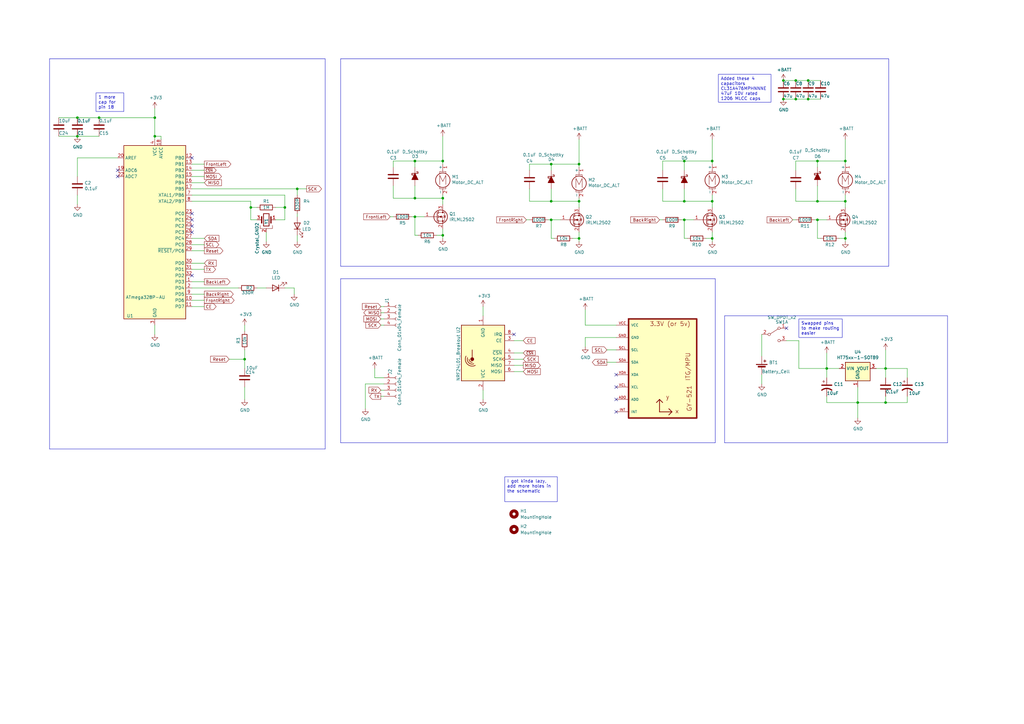
<source format=kicad_sch>
(kicad_sch (version 20231120) (generator "eeschema") (generator_version "8.0")
  (paper "A3")
  (lib_symbols
    (symbol "Device:Battery_Cell" (pin_numbers hide) (pin_names (offset 0) hide)
      (property "Reference" "BT" (at 2.54 2.54 0))
      (property "Value" "Battery_Cell" (at 2.54 0 0))
      (symbol "Battery_Cell_1_1"
        (pin passive line (at 0 5.08 270) (length 2.54) (name "+") (number "1"))
        (pin passive line (at 0 -2.54 90) (length 2.54) (name "-") (number "2"))
      )
    )
    (symbol "Device:C" (pin_numbers hide) (pin_names (offset 0.254))
      (property "Reference" "C" (at 0.635 2.54 0))
      (property "Value" "C" (at 0.635 -2.54 0))
      (symbol "C_1_1"
        (pin passive line (at 0 3.81 270) (length 2.794) (name "~") (number "1"))
        (pin passive line (at 0 -3.81 90) (length 2.794) (name "~") (number "2"))
      )
    )
    (symbol "Device:Crystal_GND2" (pin_names (offset 1.016) hide)
      (property "Reference" "Y" (at 0 5.715 0))
      (property "Value" "Crystal_GND2" (at 0 3.81 0))
      (symbol "Crystal_GND2_1_1"
        (pin passive line (at -3.81 0 0) (length 1.27) (name "1") (number "1"))
        (pin passive line (at 0 -5.08 90) (length 1.27) (name "2") (number "2"))
        (pin passive line (at 3.81 0 180) (length 1.27) (name "3") (number "3"))
      )
    )
    (symbol "Device:LED" (pin_numbers hide) (pin_names (offset 1.016) hide)
      (property "Reference" "D" (at 0 2.54 0))
      (property "Value" "LED" (at 0 -2.54 0))
      (symbol "LED_1_1"
        (pin passive line (at -3.81 0 0) (length 2.54) (name "K") (number "1"))
        (pin passive line (at 3.81 0 180) (length 2.54) (name "A") (number "2"))
      )
    )
    (symbol "Device:R" (pin_numbers hide) (pin_names (offset 0))
      (property "Reference" "R" (at 2.032 0 90))
      (property "Value" "R" (at 0 0 90))
      (symbol "R_1_1"
        (pin passive line (at 0 3.81 270) (length 1.27) (name "~") (number "1"))
        (pin passive line (at 0 -3.81 90) (length 1.27) (name "~") (number "2"))
      )
    )
    (symbol "DronePCB-rescue:+3.3V-power" (power) (pin_names (offset 0))
      (property "Value" "+3.3V-power" (at 0 3.556 0))
      (symbol "+3.3V-power_1_1"
        (pin power_in line (at 0 0 90) (length 0) hide (name "+3V3") (number "1"))
      )
    )
    (symbol "DronePCB-rescue:ATmega328P-AU-MCU_Microchip_ATmega"
      (property "Reference" "U" (at -12.7 36.83 0))
      (property "Value" "MCU_Microchip_ATmega_ATmega328P-AU" (at 2.54 -36.83 0))
      (symbol "ATmega328P-AU-MCU_Microchip_ATmega_1_1"
        (pin bidirectional line (at 15.24 -20.32 180) (length 2.54) (name "PD3") (number "1"))
        (pin bidirectional line (at 15.24 -27.94 180) (length 2.54) (name "PD6") (number "10"))
        (pin bidirectional line (at 15.24 -30.48 180) (length 2.54) (name "PD7") (number "11"))
        (pin bidirectional line (at 15.24 30.48 180) (length 2.54) (name "PB0") (number "12"))
        (pin bidirectional line (at 15.24 27.94 180) (length 2.54) (name "PB1") (number "13"))
        (pin bidirectional line (at 15.24 25.4 180) (length 2.54) (name "PB2") (number "14"))
        (pin bidirectional line (at 15.24 22.86 180) (length 2.54) (name "PB3") (number "15"))
        (pin bidirectional line (at 15.24 20.32 180) (length 2.54) (name "PB4") (number "16"))
        (pin bidirectional line (at 15.24 17.78 180) (length 2.54) (name "PB5") (number "17"))
        (pin power_in line (at 2.54 38.1 270) (length 2.54) (name "AVCC") (number "18"))
        (pin input line (at -15.24 25.4 0) (length 2.54) (name "ADC6") (number "19"))
        (pin bidirectional line (at 15.24 -22.86 180) (length 2.54) (name "PD4") (number "2"))
        (pin passive line (at -15.24 30.48 0) (length 2.54) (name "AREF") (number "20"))
        (pin passive line (at 0 -38.1 90) (length 2.54) hide (name "GND") (number "21"))
        (pin input line (at -15.24 22.86 0) (length 2.54) (name "ADC7") (number "22"))
        (pin bidirectional line (at 15.24 7.62 180) (length 2.54) (name "PC0") (number "23"))
        (pin bidirectional line (at 15.24 5.08 180) (length 2.54) (name "PC1") (number "24"))
        (pin bidirectional line (at 15.24 2.54 180) (length 2.54) (name "PC2") (number "25"))
        (pin bidirectional line (at 15.24 0 180) (length 2.54) (name "PC3") (number "26"))
        (pin bidirectional line (at 15.24 -2.54 180) (length 2.54) (name "PC4") (number "27"))
        (pin bidirectional line (at 15.24 -5.08 180) (length 2.54) (name "PC5") (number "28"))
        (pin bidirectional line (at 15.24 -7.62 180) (length 2.54) (name "~{RESET}/PC6") (number "29"))
        (pin power_in line (at 0 -38.1 90) (length 2.54) (name "GND") (number "3"))
        (pin bidirectional line (at 15.24 -12.7 180) (length 2.54) (name "PD0") (number "30"))
        (pin bidirectional line (at 15.24 -15.24 180) (length 2.54) (name "PD1") (number "31"))
        (pin bidirectional line (at 15.24 -17.78 180) (length 2.54) (name "PD2") (number "32"))
        (pin power_in line (at 0 38.1 270) (length 2.54) (name "VCC") (number "4"))
        (pin passive line (at 0 -38.1 90) (length 2.54) hide (name "GND") (number "5"))
        (pin passive line (at 0 38.1 270) (length 2.54) hide (name "VCC") (number "6"))
        (pin bidirectional line (at 15.24 15.24 180) (length 2.54) (name "XTAL1/PB6") (number "7"))
        (pin bidirectional line (at 15.24 12.7 180) (length 2.54) (name "XTAL2/PB7") (number "8"))
        (pin bidirectional line (at 15.24 -25.4 180) (length 2.54) (name "PD5") (number "9"))
      )
    )
    (symbol "DronePCB-rescue:CP1-Device" (pin_numbers hide) (pin_names (offset 0.254) hide)
      (property "Reference" "C" (at 0.635 2.54 0))
      (property "Value" "Device_CP1" (at 0.635 -2.54 0))
      (symbol "CP1-Device_1_1"
        (pin passive line (at 0 3.81 270) (length 2.794) (name "~") (number "1"))
        (pin passive line (at 0 -3.81 90) (length 3.302) (name "~") (number "2"))
      )
    )
    (symbol "DronePCB-rescue:Conn_01x04_Female-Connector" (pin_names (offset 1.016) hide)
      (property "Reference" "J" (at 0 5.08 0))
      (property "Value" "Connector_Conn_01x04_Female" (at 0 -7.62 0))
      (symbol "Conn_01x04_Female-Connector_1_1"
        (pin passive line (at -5.08 2.54 0) (length 3.81) (name "Pin_1") (number "1"))
        (pin passive line (at -5.08 0 0) (length 3.81) (name "Pin_2") (number "2"))
        (pin passive line (at -5.08 -2.54 0) (length 3.81) (name "Pin_3") (number "3"))
        (pin passive line (at -5.08 -5.08 0) (length 3.81) (name "Pin_4") (number "4"))
      )
    )
    (symbol "DronePCB-rescue:D_Schottky_ALT-Device" (pin_numbers hide) (pin_names (offset 1.016) hide)
      (property "Reference" "D" (at 0 2.54 0))
      (property "Value" "Device_D_Schottky_ALT" (at 0 -2.54 0))
      (symbol "D_Schottky_ALT-Device_1_1"
        (pin passive line (at -3.81 0 0) (length 2.54) (name "K") (number "1"))
        (pin passive line (at 3.81 0 180) (length 2.54) (name "A") (number "2"))
      )
    )
    (symbol "DronePCB-rescue:GY-521-GY-521" (pin_names (offset 1.016))
      (symbol "GY-521-GY-521_0_0"
        (text "3.3V (or 5v)" (at -1.524 14.732 0) (effects (font (size 1.778 1.778)) (justify left bottom)))
        (text "GY-521" (at 13.716 -9.398 900) (effects (font (size 1.778 1.778)) (justify right top)))
        (text "ITG/MPU" (at 15.24 -7.62 900) (effects (font (size 1.778 1.778)) (justify left bottom)))
        (text "x" (at 8.89 -21.082 0) (effects (font (size 1.778 1.778)) (justify left bottom)))
        (text "y" (at 5.08 -15.24 0) (effects (font (size 1.778 1.778)) (justify left bottom)))
        (pin bidirectional line (at -15.24 -15.24 0) (length 5.08) (name "ADO") (number "ADO"))
        (pin bidirectional line (at -15.24 10.16 0) (length 5.08) (name "GND") (number "GND"))
        (pin bidirectional line (at -15.24 -20.32 0) (length 5.08) (name "INT") (number "INT"))
        (pin bidirectional line (at -15.24 5.08 0) (length 5.08) (name "SCL") (number "SCL"))
        (pin bidirectional line (at -15.24 0 0) (length 5.08) (name "SDA") (number "SDA"))
        (pin bidirectional line (at -15.24 15.24 0) (length 5.08) (name "VCC") (number "VCC"))
        (pin bidirectional line (at -15.24 -10.16 0) (length 5.08) (name "XCL") (number "XCL"))
        (pin bidirectional line (at -15.24 -5.08 0) (length 5.08) (name "XDA") (number "XDA"))
      )
    )
    (symbol "Mechanical:MountingHole" (pin_names (offset 1.016))
      (property "Reference" "H" (at 0 5.08 0))
      (property "Value" "MountingHole" (at 0 3.175 0))
    )
    (symbol "Motor:Motor_DC_ALT" (pin_names (offset 0))
      (property "Reference" "M" (at 2.54 2.54 0))
      (property "Value" "Motor_DC_ALT" (at 2.54 -5.08 0))
      (symbol "Motor_DC_ALT_1_1"
        (pin passive line (at 0 5.08 270) (length 2.54) (name "+") (number "1"))
        (pin passive line (at 0 -7.62 90) (length 2.54) (name "-") (number "2"))
      )
    )
    (symbol "RF:NRF24L01_Breakout" (pin_names (offset 1.016))
      (property "Reference" "U" (at -8.89 12.7 0))
      (property "Value" "NRF24L01_Breakout" (at 3.81 12.7 0))
      (symbol "NRF24L01_Breakout_1_1"
        (pin power_in line (at 0 -15.24 90) (length 3.81) (name "GND") (number "1"))
        (pin power_in line (at 0 15.24 270) (length 3.81) (name "VCC") (number "2"))
        (pin input line (at -12.7 -5.08 0) (length 3.81) (name "CE") (number "3"))
        (pin input line (at -12.7 0 0) (length 3.81) (name "~{CSN}") (number "4"))
        (pin input clock (at -12.7 2.54 0) (length 3.81) (name "SCK") (number "5"))
        (pin input line (at -12.7 7.62 0) (length 3.81) (name "MOSI") (number "6"))
        (pin output line (at -12.7 5.08 0) (length 3.81) (name "MISO") (number "7"))
        (pin output line (at -12.7 -7.62 0) (length 3.81) (name "IRQ") (number "8"))
      )
    )
    (symbol "Regulator_Linear:HT75xx-1-SOT89"
      (property "Reference" "U" (at -5.08 -3.81 0))
      (property "Value" "HT75xx-1-SOT89" (at 0 6.35 0))
      (symbol "HT75xx-1-SOT89_1_1"
        (pin power_in line (at 0 -5.08 90) (length 2.54) (name "GND") (number "1"))
        (pin power_in line (at -7.62 2.54 0) (length 2.54) (name "VIN") (number "2"))
        (pin power_out line (at 7.62 2.54 180) (length 2.54) (name "VOUT") (number "3"))
      )
    )
    (symbol "Switch:SW_DPDT_x2" (pin_names (offset 0) hide)
      (property "Reference" "SW" (at 0 4.318 0))
      (property "Value" "SW_DPDT_x2" (at 0 -5.08 0))
      (symbol "SW_DPDT_x2_1_1"
        (pin passive line (at 5.08 2.54 180) (length 2.54) (name "A") (number "1"))
        (pin passive line (at -5.08 0 0) (length 2.54) (name "B") (number "2"))
        (pin passive line (at 5.08 -2.54 180) (length 2.54) (name "C") (number "3"))
      )
      (symbol "SW_DPDT_x2_2_1"
        (pin passive line (at 5.08 2.54 180) (length 2.54) (name "A") (number "4"))
        (pin passive line (at -5.08 0 0) (length 2.54) (name "B") (number "5"))
        (pin passive line (at 5.08 -2.54 180) (length 2.54) (name "C") (number "6"))
      )
    )
    (symbol "Transistor_FET:IRLML0030" (pin_names hide)
      (property "Reference" "Q" (at 5.08 1.905 0))
      (property "Value" "IRLML0030" (at 5.08 0 0))
      (symbol "IRLML0030_1_1"
        (pin input line (at -5.08 0 0) (length 2.54) (name "G") (number "1"))
        (pin passive line (at 2.54 -5.08 90) (length 2.54) (name "S") (number "2"))
        (pin passive line (at 2.54 5.08 270) (length 2.54) (name "D") (number "3"))
      )
    )
    (symbol "power:+BATT" (power) (pin_names (offset 0))
      (property "Value" "+BATT" (at 0 3.556 0))
      (symbol "+BATT_1_1"
        (pin power_in line (at 0 0 90) (length 0) hide (name "+BATT") (number "1"))
      )
    )
    (symbol "power:GND" (power) (pin_names (offset 0))
      (property "Value" "GND" (at 0 -3.81 0))
      (symbol "GND_1_1"
        (pin power_in line (at 0 0 270) (length 0) hide (name "GND") (number "1"))
      )
    )
  )
  (junction (at 335.28 82.55))
  (junction (at 181.61 81.28))
  (junction (at 346.71 82.55))
  (junction (at 321.31 33.02))
  (junction (at 346.71 66.04))
  (junction (at 326.39 33.02))
  (junction (at 31.75 48.26))
  (junction (at 170.18 66.04))
  (junction (at 181.61 66.04))
  (junction (at 170.18 88.9))
  (junction (at 292.1 82.55))
  (junction (at 100.33 147.32))
  (junction (at 335.28 66.04))
  (junction (at 292.1 97.79))
  (junction (at 237.49 67.31))
  (junction (at 280.67 82.55))
  (junction (at 226.06 90.17))
  (junction (at 237.49 82.55))
  (junction (at 335.28 90.17))
  (junction (at 121.92 77.47))
  (junction (at 351.79 165.1))
  (junction (at 116.84 85.09))
  (junction (at 331.47 33.02))
  (junction (at 321.31 40.64))
  (junction (at 331.47 40.64))
  (junction (at 346.71 97.79))
  (junction (at 280.67 90.17))
  (junction (at 63.5 48.26))
  (junction (at 102.87 85.09))
  (junction (at 363.22 151.13))
  (junction (at 363.22 165.1))
  (junction (at 226.06 82.55))
  (junction (at 339.09 151.13))
  (junction (at 280.67 66.04))
  (junction (at 237.49 97.79))
  (junction (at 326.39 40.64))
  (junction (at 170.18 81.28))
  (junction (at 292.1 66.04))
  (junction (at 31.75 55.88))
  (junction (at 181.61 96.52))
  (junction (at 63.5 55.88))
  (junction (at 40.64 48.26))
  (junction (at 226.06 67.31))
  (no_connect (at 78.74 90.17))
  (no_connect (at 252.73 163.83))
  (no_connect (at 252.73 153.67))
  (no_connect (at 252.73 158.75))
  (no_connect (at 78.74 87.63))
  (no_connect (at 78.74 92.71))
  (no_connect (at 322.58 134.62))
  (no_connect (at 78.74 95.25))
  (no_connect (at 252.73 168.91))
  (no_connect (at 210.82 137.16))
  (no_connect (at 48.26 69.85))
  (no_connect (at 48.26 72.39))
  (no_connect (at 78.74 64.77))
  (no_connect (at 78.74 113.03))
  (wire (pts (xy 102.87 90.17) (xy 105.41 90.17)))
  (wire (pts (xy 63.5 48.26) (xy 63.5 55.88)))
  (wire (pts (xy 226.06 97.79) (xy 226.06 90.17)))
  (polyline (pts (xy 139.7 181.61) (xy 139.7 114.3)))
  (wire (pts (xy 327.66 139.7) (xy 322.58 139.7)))
  (wire (pts (xy 156.21 130.81) (xy 157.48 130.81)))
  (polyline (pts (xy 293.37 181.61) (xy 139.7 181.61)))
  (wire (pts (xy 153.67 154.94) (xy 153.67 151.13)))
  (wire (pts (xy 363.22 151.13) (xy 363.22 154.94)))
  (wire (pts (xy 346.71 82.55) (xy 346.71 85.09)))
  (wire (pts (xy 161.29 66.04) (xy 161.29 68.58)))
  (wire (pts (xy 226.06 82.55) (xy 237.49 82.55)))
  (polyline (pts (xy 20.32 24.13) (xy 133.35 24.13)))
  (wire (pts (xy 280.67 69.85) (xy 280.67 66.04)))
  (wire (pts (xy 281.94 97.79) (xy 280.67 97.79)))
  (wire (pts (xy 181.61 55.88) (xy 181.61 66.04)))
  (wire (pts (xy 24.13 48.26) (xy 31.75 48.26)))
  (wire (pts (xy 78.74 82.55) (xy 102.87 82.55)))
  (polyline (pts (xy 133.35 184.15) (xy 20.32 184.15)))
  (wire (pts (xy 102.87 82.55) (xy 102.87 85.09)))
  (wire (pts (xy 327.66 151.13) (xy 327.66 139.7)))
  (wire (pts (xy 66.04 55.88) (xy 63.5 55.88)))
  (wire (pts (xy 252.73 138.43) (xy 240.03 138.43)))
  (polyline (pts (xy 20.32 24.13) (xy 20.32 184.15)))
  (polyline (pts (xy 364.49 109.22) (xy 139.7 109.22)))
  (polyline (pts (xy 139.7 109.22) (xy 139.7 24.13)))
  (wire (pts (xy 116.84 90.17) (xy 116.84 85.09)))
  (wire (pts (xy 121.92 87.63) (xy 121.92 88.9)))
  (polyline (pts (xy 133.35 24.13) (xy 133.35 184.15)))
  (wire (pts (xy 109.22 95.25) (xy 109.22 99.06)))
  (wire (pts (xy 83.82 67.31) (xy 78.74 67.31)))
  (wire (pts (xy 78.74 77.47) (xy 121.92 77.47)))
  (wire (pts (xy 339.09 151.13) (xy 339.09 144.78)))
  (polyline (pts (xy 139.7 24.13) (xy 364.49 24.13)))
  (wire (pts (xy 181.61 81.28) (xy 181.61 83.82)))
  (wire (pts (xy 325.12 90.17) (xy 326.39 90.17)))
  (wire (pts (xy 217.17 82.55) (xy 226.06 82.55)))
  (wire (pts (xy 326.39 66.04) (xy 326.39 69.85)))
  (wire (pts (xy 181.61 66.04) (xy 181.61 67.31)))
  (wire (pts (xy 336.55 97.79) (xy 335.28 97.79)))
  (wire (pts (xy 252.73 148.59) (xy 248.92 148.59)))
  (wire (pts (xy 100.33 143.51) (xy 100.33 147.32)))
  (wire (pts (xy 346.71 99.06) (xy 346.71 97.79)))
  (polyline (pts (xy 297.18 129.54) (xy 388.62 129.54)))
  (wire (pts (xy 234.95 97.79) (xy 237.49 97.79)))
  (wire (pts (xy 351.79 158.75) (xy 351.79 165.1)))
  (wire (pts (xy 335.28 82.55) (xy 346.71 82.55)))
  (wire (pts (xy 198.12 160.02) (xy 198.12 163.83)))
  (wire (pts (xy 83.82 69.85) (xy 78.74 69.85)))
  (wire (pts (xy 363.22 151.13) (xy 363.22 143.51)))
  (wire (pts (xy 105.41 85.09) (xy 102.87 85.09)))
  (wire (pts (xy 335.28 66.04) (xy 346.71 66.04)))
  (wire (pts (xy 226.06 77.47) (xy 226.06 82.55)))
  (wire (pts (xy 339.09 162.56) (xy 339.09 165.1)))
  (wire (pts (xy 292.1 99.06) (xy 292.1 97.79)))
  (wire (pts (xy 83.82 115.57) (xy 78.74 115.57)))
  (wire (pts (xy 78.74 120.65) (xy 83.82 120.65)))
  (wire (pts (xy 210.82 149.86) (xy 214.63 149.86)))
  (wire (pts (xy 346.71 80.01) (xy 346.71 82.55)))
  (wire (pts (xy 237.49 99.06) (xy 237.49 97.79)))
  (wire (pts (xy 24.13 55.88) (xy 31.75 55.88)))
  (wire (pts (xy 156.21 133.35) (xy 157.48 133.35)))
  (wire (pts (xy 237.49 82.55) (xy 237.49 85.09)))
  (wire (pts (xy 326.39 40.64) (xy 331.47 40.64)))
  (wire (pts (xy 312.42 137.16) (xy 312.42 146.05)))
  (wire (pts (xy 63.5 137.16) (xy 63.5 133.35)))
  (wire (pts (xy 217.17 77.47) (xy 217.17 82.55)))
  (wire (pts (xy 100.33 135.89) (xy 100.33 133.35)))
  (wire (pts (xy 170.18 81.28) (xy 181.61 81.28)))
  (wire (pts (xy 280.67 66.04) (xy 292.1 66.04)))
  (wire (pts (xy 326.39 77.47) (xy 326.39 82.55)))
  (wire (pts (xy 312.42 153.67) (xy 312.42 157.48)))
  (wire (pts (xy 161.29 88.9) (xy 160.02 88.9)))
  (wire (pts (xy 351.79 165.1) (xy 351.79 171.45)))
  (wire (pts (xy 78.74 123.19) (xy 83.82 123.19)))
  (wire (pts (xy 237.49 57.15) (xy 237.49 67.31)))
  (wire (pts (xy 292.1 57.15) (xy 292.1 66.04)))
  (wire (pts (xy 83.82 72.39) (xy 78.74 72.39)))
  (wire (pts (xy 271.78 82.55) (xy 280.67 82.55)))
  (wire (pts (xy 93.98 147.32) (xy 100.33 147.32)))
  (polyline (pts (xy 364.49 24.13) (xy 364.49 109.22)))
  (wire (pts (xy 335.28 97.79) (xy 335.28 90.17)))
  (wire (pts (xy 63.5 55.88) (xy 63.5 57.15)))
  (wire (pts (xy 170.18 76.2) (xy 170.18 81.28)))
  (wire (pts (xy 363.22 162.56) (xy 363.22 165.1)))
  (wire (pts (xy 339.09 90.17) (xy 335.28 90.17)))
  (wire (pts (xy 226.06 67.31) (xy 217.17 67.31)))
  (wire (pts (xy 240.03 133.35) (xy 252.73 133.35)))
  (wire (pts (xy 339.09 151.13) (xy 339.09 154.94)))
  (wire (pts (xy 335.28 68.58) (xy 335.28 66.04)))
  (wire (pts (xy 120.65 118.11) (xy 120.65 120.65)))
  (wire (pts (xy 217.17 90.17) (xy 215.9 90.17)))
  (wire (pts (xy 78.74 102.87) (xy 83.82 102.87)))
  (wire (pts (xy 279.4 90.17) (xy 280.67 90.17)))
  (wire (pts (xy 181.61 80.01) (xy 181.61 81.28)))
  (wire (pts (xy 339.09 151.13) (xy 327.66 151.13)))
  (wire (pts (xy 171.45 96.52) (xy 170.18 96.52)))
  (wire (pts (xy 66.04 57.15) (xy 66.04 55.88)))
  (wire (pts (xy 100.33 151.13) (xy 100.33 147.32)))
  (wire (pts (xy 161.29 76.2) (xy 161.29 81.28)))
  (wire (pts (xy 344.17 151.13) (xy 339.09 151.13)))
  (wire (pts (xy 372.11 151.13) (xy 363.22 151.13)))
  (wire (pts (xy 78.74 97.79) (xy 83.82 97.79)))
  (wire (pts (xy 156.21 160.02) (xy 157.48 160.02)))
  (wire (pts (xy 240.03 133.35) (xy 240.03 127)))
  (wire (pts (xy 284.48 90.17) (xy 280.67 90.17)))
  (wire (pts (xy 210.82 139.7) (xy 214.63 139.7)))
  (wire (pts (xy 280.67 97.79) (xy 280.67 90.17)))
  (wire (pts (xy 173.99 88.9) (xy 170.18 88.9)))
  (wire (pts (xy 116.84 90.17) (xy 113.03 90.17)))
  (wire (pts (xy 170.18 68.58) (xy 170.18 66.04)))
  (wire (pts (xy 271.78 66.04) (xy 271.78 69.85)))
  (wire (pts (xy 335.28 76.2) (xy 335.28 82.55)))
  (wire (pts (xy 280.67 82.55) (xy 292.1 82.55)))
  (wire (pts (xy 351.79 165.1) (xy 363.22 165.1)))
  (wire (pts (xy 31.75 55.88) (xy 40.64 55.88)))
  (wire (pts (xy 121.92 80.01) (xy 121.92 77.47)))
  (wire (pts (xy 31.75 48.26) (xy 40.64 48.26)))
  (wire (pts (xy 156.21 162.56) (xy 157.48 162.56)))
  (wire (pts (xy 339.09 165.1) (xy 351.79 165.1)))
  (wire (pts (xy 63.5 44.45) (xy 63.5 48.26)))
  (wire (pts (xy 210.82 152.4) (xy 214.63 152.4)))
  (wire (pts (xy 149.86 157.48) (xy 157.48 157.48)))
  (wire (pts (xy 78.74 80.01) (xy 116.84 80.01)))
  (wire (pts (xy 78.74 118.11) (xy 97.79 118.11)))
  (wire (pts (xy 346.71 57.15) (xy 346.71 66.04)))
  (wire (pts (xy 292.1 66.04) (xy 292.1 67.31)))
  (polyline (pts (xy 388.62 181.61) (xy 297.18 181.61)))
  (wire (pts (xy 237.49 97.79) (xy 237.49 95.25)))
  (wire (pts (xy 292.1 80.01) (xy 292.1 82.55)))
  (wire (pts (xy 372.11 162.56) (xy 372.11 165.1)))
  (wire (pts (xy 289.56 97.79) (xy 292.1 97.79)))
  (wire (pts (xy 116.84 118.11) (xy 120.65 118.11)))
  (wire (pts (xy 210.82 144.78) (xy 214.63 144.78)))
  (wire (pts (xy 170.18 96.52) (xy 170.18 88.9)))
  (wire (pts (xy 237.49 67.31) (xy 237.49 68.58)))
  (wire (pts (xy 210.82 147.32) (xy 214.63 147.32)))
  (wire (pts (xy 83.82 74.93) (xy 78.74 74.93)))
  (wire (pts (xy 121.92 96.52) (xy 121.92 99.06)))
  (wire (pts (xy 372.11 165.1) (xy 363.22 165.1)))
  (wire (pts (xy 198.12 129.54) (xy 198.12 125.73)))
  (wire (pts (xy 240.03 138.43) (xy 240.03 142.24)))
  (wire (pts (xy 31.75 80.01) (xy 31.75 83.82)))
  (wire (pts (xy 181.61 96.52) (xy 181.61 93.98)))
  (wire (pts (xy 31.75 64.77) (xy 31.75 72.39)))
  (polyline (pts (xy 388.62 129.54) (xy 388.62 181.61)))
  (wire (pts (xy 100.33 158.75) (xy 100.33 163.83)))
  (wire (pts (xy 170.18 66.04) (xy 181.61 66.04)))
  (wire (pts (xy 181.61 97.79) (xy 181.61 96.52)))
  (wire (pts (xy 344.17 97.79) (xy 346.71 97.79)))
  (wire (pts (xy 321.31 33.02) (xy 326.39 33.02)))
  (wire (pts (xy 326.39 82.55) (xy 335.28 82.55)))
  (polyline (pts (xy 139.7 114.3) (xy 293.37 114.3)))
  (wire (pts (xy 321.31 40.64) (xy 326.39 40.64)))
  (wire (pts (xy 179.07 96.52) (xy 181.61 96.52)))
  (wire (pts (xy 78.74 125.73) (xy 83.82 125.73)))
  (wire (pts (xy 280.67 77.47) (xy 280.67 82.55)))
  (wire (pts (xy 326.39 33.02) (xy 331.47 33.02)))
  (wire (pts (xy 40.64 48.26) (xy 63.5 48.26)))
  (wire (pts (xy 334.01 90.17) (xy 335.28 90.17)))
  (wire (pts (xy 78.74 100.33) (xy 83.82 100.33)))
  (wire (pts (xy 113.03 85.09) (xy 116.84 85.09)))
  (wire (pts (xy 48.26 64.77) (xy 31.75 64.77)))
  (wire (pts (xy 227.33 97.79) (xy 226.06 97.79)))
  (wire (pts (xy 346.71 66.04) (xy 346.71 67.31)))
  (wire (pts (xy 359.41 151.13) (xy 363.22 151.13)))
  (wire (pts (xy 280.67 66.04) (xy 271.78 66.04)))
  (wire (pts (xy 83.82 107.95) (xy 78.74 107.95)))
  (polyline (pts (xy 297.18 181.61) (xy 297.18 129.54)))
  (wire (pts (xy 252.73 143.51) (xy 248.92 143.51)))
  (wire (pts (xy 237.49 81.28) (xy 237.49 82.55)))
  (wire (pts (xy 292.1 97.79) (xy 292.1 95.25)))
  (wire (pts (xy 149.86 157.48) (xy 149.86 167.64)))
  (wire (pts (xy 271.78 90.17) (xy 270.51 90.17)))
  (wire (pts (xy 292.1 82.55) (xy 292.1 85.09)))
  (wire (pts (xy 331.47 40.64) (xy 336.55 40.64)))
  (wire (pts (xy 116.84 80.01) (xy 116.84 85.09)))
  (wire (pts (xy 170.18 66.04) (xy 161.29 66.04)))
  (wire (pts (xy 153.67 154.94) (xy 157.48 154.94)))
  (wire (pts (xy 229.87 90.17) (xy 226.06 90.17)))
  (wire (pts (xy 226.06 67.31) (xy 237.49 67.31)))
  (wire (pts (xy 331.47 33.02) (xy 336.55 33.02)))
  (wire (pts (xy 271.78 77.47) (xy 271.78 82.55)))
  (wire (pts (xy 105.41 118.11) (xy 109.22 118.11)))
  (polyline (pts (xy 293.37 114.3) (xy 293.37 181.61)))
  (wire (pts (xy 217.17 67.31) (xy 217.17 69.85)))
  (wire (pts (xy 335.28 66.04) (xy 326.39 66.04)))
  (wire (pts (xy 168.91 88.9) (xy 170.18 88.9)))
  (wire (pts (xy 161.29 81.28) (xy 170.18 81.28)))
  (wire (pts (xy 102.87 85.09) (xy 102.87 90.17)))
  (wire (pts (xy 372.11 151.13) (xy 372.11 154.94)))
  (wire (pts (xy 156.21 125.73) (xy 157.48 125.73)))
  (wire (pts (xy 224.79 90.17) (xy 226.06 90.17)))
  (wire (pts (xy 121.92 77.47) (xy 125.73 77.47)))
  (wire (pts (xy 156.21 128.27) (xy 157.48 128.27)))
  (wire (pts (xy 83.82 110.49) (xy 78.74 110.49)))
  (wire (pts (xy 226.06 69.85) (xy 226.06 67.31)))
  (wire (pts (xy 346.71 97.79) (xy 346.71 95.25)))
  (text_box "1 more cap for pin 18" (at 39.37 38.1 0) (size 11.43 7.62) (effects (font (size 1.27 1.27)) (justify left top)))
  (text_box "Added these 4 capacitors\nCL31A476MPHNNNE\n47uF 10V rated 1206 MLCC caps" (at 294.64 30.48 0) (size 21.59 11.43) (effects (font (size 1.27 1.27)) (justify left top)))
  (text_box "Swapped pins to make routing easier" (at 327.66 130.81 0) (size 17.78 7.62) (effects (font (size 1.27 1.27)) (justify left top)))
  (text_box "I got kinda lazy, add more holes in the schematic" (at 207.01 195.58 0) (size 21.59 10.16) (effects (font (size 1.27 1.27)) (justify left top)))
  (global_label "SCL" (shape output) (at 83.82 100.33 0) (property "Intersheetrefs" "${INTERSHEET_REFS}" (effects (hide yes))))
  (global_label "TX" (shape output) (at 156.21 162.56 180) (property "Intersheetrefs" "${INTERSHEET_REFS}" (effects (hide yes))))
  (global_label "~{CSN}" (shape output) (at 83.82 69.85 0) (effects (font (size 0.9906 0.9906))) (property "Intersheetrefs" "${INTERSHEET_REFS}" (effects (hide yes))))
  (global_label "Reset" (shape input) (at 156.21 125.73 180) (property "Intersheetrefs" "${INTERSHEET_REFS}" (effects (hide yes))))
  (global_label "RX" (shape input) (at 83.82 107.95 0) (property "Intersheetrefs" "${INTERSHEET_REFS}" (effects (hide yes))))
  (global_label "SCK" (shape input) (at 214.63 147.32 0) (property "Intersheetrefs" "${INTERSHEET_REFS}" (effects (hide yes))))
  (global_label "Reset" (shape output) (at 83.82 102.87 0) (property "Intersheetrefs" "${INTERSHEET_REFS}" (effects (hide yes))))
  (global_label "SCL" (shape input) (at 248.92 143.51 180) (property "Intersheetrefs" "${INTERSHEET_REFS}" (effects (hide yes))))
  (global_label "BackLeft" (shape output) (at 83.82 115.57 0) (property "Intersheetrefs" "${INTERSHEET_REFS}" (effects (hide yes))))
  (global_label "~{CSN}" (shape input) (at 214.63 144.78 0) (effects (font (size 0.9906 0.9906))) (property "Intersheetrefs" "${INTERSHEET_REFS}" (effects (hide yes))))
  (global_label "FrontLeft" (shape output) (at 83.82 67.31 0) (property "Intersheetrefs" "${INTERSHEET_REFS}" (effects (hide yes))))
  (global_label "CE" (shape input) (at 214.63 139.7 0) (property "Intersheetrefs" "${INTERSHEET_REFS}" (effects (hide yes))))
  (global_label "MOSI" (shape output) (at 83.82 72.39 0) (property "Intersheetrefs" "${INTERSHEET_REFS}" (effects (hide yes))))
  (global_label "BackRight" (shape output) (at 83.82 120.65 0) (property "Intersheetrefs" "${INTERSHEET_REFS}" (effects (hide yes))))
  (global_label "BackLeft" (shape input) (at 325.12 90.17 180) (property "Intersheetrefs" "${INTERSHEET_REFS}" (effects (hide yes))))
  (global_label "TX" (shape output) (at 83.82 110.49 0) (property "Intersheetrefs" "${INTERSHEET_REFS}" (effects (hide yes))))
  (global_label "FrontLeft" (shape input) (at 160.02 88.9 180) (property "Intersheetrefs" "${INTERSHEET_REFS}" (effects (hide yes))))
  (global_label "Reset" (shape input) (at 93.98 147.32 180) (property "Intersheetrefs" "${INTERSHEET_REFS}" (effects (hide yes))))
  (global_label "FrontRight" (shape input) (at 215.9 90.17 180) (property "Intersheetrefs" "${INTERSHEET_REFS}" (effects (hide yes))))
  (global_label "MOSI" (shape input) (at 156.21 130.81 180) (property "Intersheetrefs" "${INTERSHEET_REFS}" (effects (hide yes))))
  (global_label "SDA" (shape input) (at 83.82 97.79 0) (property "Intersheetrefs" "${INTERSHEET_REFS}" (effects (hide yes))))
  (global_label "MISO" (shape input) (at 83.82 74.93 0) (property "Intersheetrefs" "${INTERSHEET_REFS}" (effects (hide yes))))
  (global_label "SCK" (shape input) (at 156.21 133.35 180) (property "Intersheetrefs" "${INTERSHEET_REFS}" (effects (hide yes))))
  (global_label "BackRight" (shape input) (at 270.51 90.17 180) (property "Intersheetrefs" "${INTERSHEET_REFS}" (effects (hide yes))))
  (global_label "CE" (shape output) (at 83.82 125.73 0) (property "Intersheetrefs" "${INTERSHEET_REFS}" (effects (hide yes))))
  (global_label "SCK" (shape output) (at 125.73 77.47 0) (property "Intersheetrefs" "${INTERSHEET_REFS}" (effects (hide yes))))
  (global_label "RX" (shape input) (at 156.21 160.02 180) (property "Intersheetrefs" "${INTERSHEET_REFS}" (effects (hide yes))))
  (global_label "MISO" (shape output) (at 214.63 149.86 0) (property "Intersheetrefs" "${INTERSHEET_REFS}" (effects (hide yes))))
  (global_label "MISO" (shape output) (at 156.21 128.27 180) (property "Intersheetrefs" "${INTERSHEET_REFS}" (effects (hide yes))))
  (global_label "FrontRight" (shape output) (at 83.82 123.19 0) (property "Intersheetrefs" "${INTERSHEET_REFS}" (effects (hide yes))))
  (global_label "MOSI" (shape input) (at 214.63 152.4 0) (property "Intersheetrefs" "${INTERSHEET_REFS}" (effects (hide yes))))
  (global_label "SDA" (shape output) (at 248.92 148.59 180) (property "Intersheetrefs" "${INTERSHEET_REFS}" (effects (hide yes))))
  (symbol (lib_id "power:GND") (at 63.5 137.16 0) (unit 1)
    (property "Reference" "#PWR04" (effects (hide yes)))
    (property "Value" "GND" (at 63.627 141.5542 0))
  )
  (symbol (lib_id "Device:Battery_Cell") (at 312.42 151.13 0) (unit 1)
    (property "Reference" "BT1" (at 315.4172 148.6916 0) (effects (justify left)))
    (property "Value" "Battery_Cell" (at 312.42 152.4 0) (effects (justify left)))
    (property "Footprint" "Connector_PinHeader_2.54mm:PinHeader_1x02_P2.54mm_Vertical" (effects (hide yes)))
  )
  (symbol (lib_id "power:GND") (at 312.42 157.48 0) (unit 1)
    (property "Reference" "#PWR021" (effects (hide yes)))
    (property "Value" "GND" (at 312.547 161.8742 0))
  )
  (symbol (lib_id "DronePCB-rescue:GY-521-GY-521") (at 267.97 148.59 0) (unit 1)
    (property "Reference" "U3" (effects (hide yes)))
    (property "Value" "GY-521" (effects (hide yes)))
    (property "Footprint" "GY-521:GY-521" (effects (hide yes)))
  )
  (symbol (lib_id "Device:R") (at 165.1 88.9 270) (unit 1)
    (property "Reference" "R5" (at 165.1 91.44 90))
    (property "Value" "100R" (at 165.1 88.9 90))
    (property "Footprint" "Resistor_SMD:R_0805_2012Metric_Pad1.20x1.40mm_HandSolder" (effects (hide yes)))
  )
  (symbol (lib_id "power:GND") (at 181.61 97.79 0) (unit 1)
    (property "Reference" "#PWR012" (effects (hide yes)))
    (property "Value" "GND" (at 181.737 102.1842 0))
  )
  (symbol (lib_id "Motor:Motor_DC_ALT") (at 181.61 72.39 0) (unit 1)
    (property "Reference" "M1" (at 185.3438 72.4916 0) (effects (justify left)))
    (property "Value" "Motor_DC_ALT" (at 185.3438 74.803 0) (effects (justify left)))
    (property "Footprint" "Connector_PinHeader_2.54mm:PinHeader_1x02_P2.54mm_Vertical" (effects (hide yes)))
  )
  (symbol (lib_id "power:GND") (at 240.03 142.24 0) (unit 1)
    (property "Reference" "#PWR018" (effects (hide yes)))
    (property "Value" "GND" (at 240.157 146.6342 0))
  )
  (symbol (lib_id "Transistor_FET:IRLML0030") (at 179.07 88.9 0) (unit 1)
    (property "Reference" "Q1" (at 184.2516 87.7316 0) (effects (justify left)))
    (property "Value" "IRLML2502" (at 184.2516 90.043 0) (effects (justify left)))
    (property "Footprint" "Package_TO_SOT_SMD:SOT-23" (effects (hide yes)))
    (property "Datasheet" "https://www.infineon.com/dgdl/irlml0030pbf.pdf?fileId=5546d462533600a401535664773825df" (effects (hide yes)))
  )
  (symbol (lib_id "RF:NRF24L01_Breakout") (at 198.12 144.78 180) (unit 1)
    (property "Reference" "U2" (at 187.96 133.985 90) (effects (justify left)))
    (property "Value" "NRF24L01_Breakout" (at 187.96 137.16 90) (effects (justify left)))
    (property "Footprint" "Keyplus_nordic:NRF24L01-Module-SMD" (effects (hide yes)))
    (property "Datasheet" "http://www.nordicsemi.com/eng/content/download/2730/34105/file/nRF24L01_Product_Specification_v2_0.pdf" (effects (hide yes)))
  )
  (symbol (lib_id "Device:C") (at 31.75 52.07 180) (unit 1)
    (property "Reference" "C1" (at 31.75 54.61 0) (effects (justify right)))
    (property "Value" "0.1uF" (at 31.75 49.53 0) (effects (justify right)))
    (property "Footprint" "Capacitor_SMD:C_0805_2012Metric_Pad1.18x1.45mm_HandSolder" (effects (hide yes)))
  )
  (symbol (lib_id "power:GND") (at 31.75 55.88 0) (unit 1)
    (property "Reference" "#PWR01" (effects (hide yes)))
    (property "Value" "GND" (at 31.877 60.2742 0))
  )
  (symbol (lib_id "DronePCB-rescue:Conn_01x04_Female-Connector") (at 162.56 128.27 0) (unit 1)
    (property "Reference" "J1" (at 158.6484 124.5108 90) (effects (justify left)))
    (property "Value" "Conn_01x04_Female" (at 163.83 144.145 90) (effects (justify left)))
    (property "Footprint" "Connector_PinHeader_2.54mm:PinHeader_1x04_P2.54mm_Vertical" (effects (hide yes)))
  )
  (symbol (lib_id "power:GND") (at 198.12 163.83 0) (unit 1)
    (property "Reference" "#PWR014" (effects (hide yes)))
    (property "Value" "GND" (at 198.247 168.2242 0))
  )
  (symbol (lib_id "power:+BATT") (at 339.09 144.78 0) (unit 1)
    (property "Reference" "#PWR024" (effects (hide yes)))
    (property "Value" "+BATT" (at 339.471 140.3858 0))
  )
  (symbol (lib_id "DronePCB-rescue:Conn_01x04_Female-Connector") (at 162.56 157.48 0) (unit 1)
    (property "Reference" "J2" (at 160.02 153.67 90) (effects (justify left)))
    (property "Value" "Conn_01x04_Female" (at 163.83 166.37 90) (effects (justify left)))
    (property "Footprint" "Connector_PinHeader_2.54mm:PinHeader_1x04_P2.54mm_Vertical" (effects (hide yes)))
  )
  (symbol (lib_id "DronePCB-rescue:+3.3V-power") (at 363.22 143.51 0) (unit 1)
    (property "Reference" "#PWR029" (effects (hide yes)))
    (property "Value" "+3V3" (at 363.601 139.1158 0))
  )
  (symbol (lib_id "power:GND") (at 351.79 171.45 0) (unit 1)
    (property "Reference" "#PWR028" (effects (hide yes)))
    (property "Value" "GND" (at 351.917 175.8442 0))
  )
  (symbol (lib_id "power:GND") (at 149.86 167.64 0) (unit 1)
    (property "Reference" "#PWR09" (effects (hide yes)))
    (property "Value" "GND" (at 149.987 172.0342 0))
  )
  (symbol (lib_id "Device:C") (at 363.22 158.75 0) (unit 1)
    (property "Reference" "C12" (at 366.141 157.5816 0) (effects (justify left)))
    (property "Value" "0.1uF" (at 363.22 160.655 0) (effects (justify left)))
    (property "Footprint" "Capacitor_SMD:C_0805_2012Metric_Pad1.18x1.45mm_HandSolder" (effects (hide yes)))
  )
  (symbol (lib_id "DronePCB-rescue:+3.3V-power") (at 198.12 125.73 0) (unit 1)
    (property "Reference" "#PWR013" (effects (hide yes)))
    (property "Value" "+3V3" (at 198.501 121.3358 0))
  )
  (symbol (lib_id "Switch:SW_DPDT_x2") (at 317.5 137.16 0) (unit 1)
    (property "Reference" "SW1" (at 320.675 132.08 0))
    (property "Value" "SW_DPDT_x2" (at 320.675 130.175 0))
    (property "Footprint" "Button_Switch_SMD:SW_SPDT_PCM12" (effects (hide yes)))
  )
  (symbol (lib_id "Regulator_Linear:HT75xx-1-SOT89") (at 351.79 153.67 0) (unit 1)
    (property "Reference" "U4" (at 351.79 144.3482 0))
    (property "Value" "HT75xx-1-SOT89" (at 351.79 146.6596 0))
    (property "Footprint" "Package_TO_SOT_SMD:SOT-89-3" (effects (hide yes)))
    (property "Datasheet" "https://www.holtek.com/documents/10179/116711/HT75xx-1v250.pdf" (effects (hide yes)))
  )
  (symbol (lib_id "Device:R") (at 175.26 96.52 270) (unit 1)
    (property "Reference" "R6" (at 175.26 99.06 90))
    (property "Value" "10k" (at 175.26 96.52 90))
    (property "Footprint" "Resistor_SMD:R_0805_2012Metric_Pad1.20x1.40mm_HandSolder" (effects (hide yes)))
  )
  (symbol (lib_id "DronePCB-rescue:CP1-Device") (at 339.09 158.75 0) (unit 1)
    (property "Reference" "C11" (at 342.011 157.5816 0) (effects (justify left)))
    (property "Value" "10uF" (at 339.09 161.29 0) (effects (justify left)))
    (property "Footprint" "Capacitor_Tantalum_SMD:CP_EIA-3216-10_Kemet-I" (effects (hide yes)))
  )
  (symbol (lib_id "DronePCB-rescue:CP1-Device") (at 372.11 158.75 0) (unit 1)
    (property "Reference" "C13" (at 375.031 157.5816 0) (effects (justify left)))
    (property "Value" "10uF" (at 372.745 161.29 0) (effects (justify left)))
    (property "Footprint" "Capacitor_Tantalum_SMD:CP_EIA-3216-10_Kemet-I" (effects (hide yes)))
  )
  (symbol (lib_id "Device:C") (at 31.75 76.2 0) (unit 1)
    (property "Reference" "C2" (at 34.671 75.0316 0) (effects (justify left)))
    (property "Value" "0.1uF" (at 34.671 77.343 0) (effects (justify left)))
    (property "Footprint" "Capacitor_SMD:C_0805_2012Metric_Pad1.18x1.45mm_HandSolder" (effects (hide yes)))
  )
  (symbol (lib_id "power:GND") (at 31.75 83.82 0) (unit 1)
    (property "Reference" "#PWR02" (effects (hide yes)))
    (property "Value" "GND" (at 31.877 88.2142 0))
  )
  (symbol (lib_id "power:+BATT") (at 240.03 127 0) (unit 1)
    (property "Reference" "#PWR017" (effects (hide yes)))
    (property "Value" "+BATT" (at 240.411 122.6058 0))
  )
  (symbol (lib_id "Device:R") (at 109.22 85.09 270) (unit 1)
    (property "Reference" "R1" (at 109.22 82.55 90))
    (property "Value" "1M" (at 109.22 85.09 90))
    (property "Footprint" "Resistor_SMD:R_0805_2012Metric_Pad1.20x1.40mm_HandSolder" (effects (hide yes)))
  )
  (symbol (lib_id "Device:Crystal_GND2") (at 109.22 90.17 0) (mirror y) (unit 1)
    (property "Reference" "Y1" (at 109.22 92.075 90) (effects (justify left)))
    (property "Value" "Crystal_GND2" (at 105.41 104.14 90) (effects (justify left)))
    (property "Footprint" "Crystal:Resonator_SMD_muRata_CSTxExxV-3Pin_3.0x1.1mm" (effects (hide yes)))
  )
  (symbol (lib_id "power:+BATT") (at 153.67 151.13 0) (unit 1)
    (property "Reference" "#PWR010" (effects (hide yes)))
    (property "Value" "+BATT" (at 154.051 146.7358 0))
  )
  (symbol (lib_id "power:GND") (at 109.22 99.06 0) (unit 1)
    (property "Reference" "#PWR05" (effects (hide yes)))
    (property "Value" "GND" (at 109.347 103.4542 0))
  )
  (symbol (lib_id "Device:R") (at 100.33 139.7 180) (unit 1)
    (property "Reference" "R3" (at 97.79 139.7 90))
    (property "Value" "10k" (at 100.33 139.7 90))
    (property "Footprint" "Resistor_SMD:R_0805_2012Metric_Pad1.20x1.40mm_HandSolder" (effects (hide yes)))
  )
  (symbol (lib_id "power:+BATT") (at 181.61 55.88 0) (unit 1)
    (property "Reference" "#PWR011" (effects (hide yes)))
    (property "Value" "+BATT" (at 181.991 51.4858 0))
  )
  (symbol (lib_id "Device:C") (at 161.29 72.39 0) (unit 1)
    (property "Reference" "C3" (at 161.29 64.77 0))
    (property "Value" "0.1uF" (at 161.29 62.23 0))
    (property "Footprint" "Capacitor_SMD:C_0805_2012Metric_Pad1.18x1.45mm_HandSolder" (effects (hide yes)))
  )
  (symbol (lib_id "Device:LED") (at 121.92 92.71 90) (unit 1)
    (property "Reference" "D2" (at 125.73 91.44 90))
    (property "Value" "LED" (at 125.73 93.98 90))
    (property "Footprint" "LED_SMD:LED_0805_2012Metric_Pad1.15x1.40mm_HandSolder" (effects (hide yes)))
  )
  (symbol (lib_id "Device:R") (at 121.92 83.82 180) (unit 1)
    (property "Reference" "R4" (at 125.73 82.55 0))
    (property "Value" "330R" (at 121.92 83.82 90))
    (property "Footprint" "Resistor_SMD:R_0805_2012Metric_Pad1.20x1.40mm_HandSolder" (effects (hide yes)))
  )
  (symbol (lib_id "power:GND") (at 121.92 99.06 0) (unit 1)
    (property "Reference" "#PWR07" (effects (hide yes)))
    (property "Value" "GND" (at 122.047 103.4542 0))
  )
  (symbol (lib_id "Device:LED") (at 113.03 118.11 180) (unit 1)
    (property "Reference" "D1" (at 113.2078 111.633 0))
    (property "Value" "LED" (at 113.2078 113.9444 0))
    (property "Footprint" "LED_SMD:LED_0805_2012Metric_Pad1.15x1.40mm_HandSolder" (effects (hide yes)))
  )
  (symbol (lib_id "Device:R") (at 101.6 118.11 270) (unit 1)
    (property "Reference" "R2" (at 102.235 118.11 90))
    (property "Value" "330R" (at 101.6 120.015 90))
    (property "Footprint" "Resistor_SMD:R_0805_2012Metric_Pad1.20x1.40mm_HandSolder" (effects (hide yes)))
  )
  (symbol (lib_id "power:GND") (at 120.65 120.65 0) (unit 1)
    (property "Reference" "#PWR08" (effects (hide yes)))
    (property "Value" "GND" (at 120.777 125.0442 0))
  )
  (symbol (lib_id "DronePCB-rescue:ATmega328P-AU-MCU_Microchip_ATmega") (at 63.5 95.25 0) (unit 1)
    (property "Reference" "U1" (at 53.34 129.54 0))
    (property "Value" "ATmega328P-AU" (at 59.69 121.92 0))
    (property "Footprint" "Package_QFP:TQFP-32_7x7mm_P0.8mm" (effects (hide yes)))
    (property "Datasheet" "http://ww1.microchip.com/downloads/en/DeviceDoc/ATmega328_P%20AVR%20MCU%20with%20picoPower%20Technology%20Data%20Sheet%2040001984A.pdf" (effects (hide yes)))
  )
  (symbol (lib_id "DronePCB-rescue:D_Schottky_ALT-Device") (at 170.18 72.39 270) (unit 1)
    (property "Reference" "D3" (at 168.91 64.135 90) (effects (justify left)))
    (property "Value" "D_Schottky" (at 170.18 62.23 90))
    (property "Footprint" "Diode_SMD:D_1206_3216Metric_Pad1.42x1.75mm_HandSolder" (effects (hide yes)))
  )
  (symbol (lib_id "Device:R") (at 285.75 97.79 270) (unit 1)
    (property "Reference" "R10" (at 285.75 100.33 90))
    (property "Value" "10k" (at 285.75 97.79 90))
    (property "Footprint" "Resistor_SMD:R_0805_2012Metric_Pad1.20x1.40mm_HandSolder" (effects (hide yes)))
  )
  (symbol (lib_id "power:GND") (at 292.1 99.06 0) (unit 1)
    (property "Reference" "#PWR020" (effects (hide yes)))
    (property "Value" "GND" (at 292.227 103.4542 0))
  )
  (symbol (lib_id "DronePCB-rescue:D_Schottky_ALT-Device") (at 280.67 73.66 270) (unit 1)
    (property "Reference" "D5" (at 279.4 64.77 90) (effects (justify left)))
    (property "Value" "D_Schottky" (at 280.67 62.23 90))
    (property "Footprint" "Diode_SMD:D_1206_3216Metric_Pad1.42x1.75mm_HandSolder" (effects (hide yes)))
  )
  (symbol (lib_id "power:+BATT") (at 346.71 57.15 0) (unit 1)
    (property "Reference" "#PWR026" (effects (hide yes)))
    (property "Value" "+BATT" (at 347.091 52.7558 0))
  )
  (symbol (lib_id "Device:C") (at 271.78 73.66 0) (unit 1)
    (property "Reference" "C5" (at 271.78 64.77 0))
    (property "Value" "0.1uF" (at 271.78 62.23 0))
    (property "Footprint" "Capacitor_SMD:C_0805_2012Metric_Pad1.18x1.45mm_HandSolder" (effects (hide yes)))
  )
  (symbol (lib_id "DronePCB-rescue:+3.3V-power") (at 100.33 133.35 0) (unit 1)
    (property "Reference" "#PWR03" (effects (hide yes)))
    (property "Value" "+3V3" (at 100.711 128.9558 0))
  )
  (symbol (lib_id "Mechanical:MountingHole") (at 210.82 210.82 0) (unit 1)
    (property "Reference" "H1" (at 213.36 209.55 0) (effects (justify left)))
    (property "Value" "MountingHole" (at 213.36 212.09 0) (effects (justify left)))
    (property "Footprint" "MountingHole:MountingHole_2.2mm_M2" (effects (hide yes)))
  )
  (symbol (lib_id "Transistor_FET:IRLML0030") (at 289.56 90.17 0) (unit 1)
    (property "Reference" "Q3" (at 294.7416 89.0016 0) (effects (justify left)))
    (property "Value" "IRLML2502" (at 294.7416 91.313 0) (effects (justify left)))
    (property "Footprint" "Package_TO_SOT_SMD:SOT-23" (effects (hide yes)))
    (property "Datasheet" "https://www.infineon.com/dgdl/irlml0030pbf.pdf?fileId=5546d462533600a401535664773825df" (effects (hide yes)))
  )
  (symbol (lib_id "Transistor_FET:IRLML0030") (at 234.95 90.17 0) (unit 1)
    (property "Reference" "Q2" (at 240.1316 89.0016 0) (effects (justify left)))
    (property "Value" "IRLML2502" (at 240.1316 91.313 0) (effects (justify left)))
    (property "Footprint" "Package_TO_SOT_SMD:SOT-23" (effects (hide yes)))
    (property "Datasheet" "https://www.infineon.com/dgdl/irlml0030pbf.pdf?fileId=5546d462533600a401535664773825df" (effects (hide yes)))
  )
  (symbol (lib_id "Device:R") (at 330.2 90.17 270) (unit 1)
    (property "Reference" "R11" (at 330.2 92.71 90))
    (property "Value" "100R" (at 330.2 90.17 90))
    (property "Footprint" "Resistor_SMD:R_0805_2012Metric_Pad1.20x1.40mm_HandSolder" (effects (hide yes)))
  )
  (symbol (lib_id "power:+BATT") (at 292.1 57.15 0) (unit 1)
    (property "Reference" "#PWR019" (effects (hide yes)))
    (property "Value" "+BATT" (at 292.481 52.7558 0))
  )
  (symbol (lib_id "power:GND") (at 346.71 99.06 0) (unit 1)
    (property "Reference" "#PWR027" (effects (hide yes)))
    (property "Value" "GND" (at 346.837 103.4542 0))
  )
  (symbol (lib_id "Transistor_FET:IRLML0030") (at 344.17 90.17 0) (unit 1)
    (property "Reference" "Q4" (at 349.3516 89.0016 0) (effects (justify left)))
    (property "Value" "IRLML2502" (at 349.3516 91.313 0) (effects (justify left)))
    (property "Footprint" "Package_TO_SOT_SMD:SOT-23" (effects (hide yes)))
    (property "Datasheet" "https://www.infineon.com/dgdl/irlml0030pbf.pdf?fileId=5546d462533600a401535664773825df" (effects (hide yes)))
  )
  (symbol (lib_id "Motor:Motor_DC_ALT") (at 237.49 73.66 0) (unit 1)
    (property "Reference" "M2" (at 241.2238 73.7616 0) (effects (justify left)))
    (property "Value" "Motor_DC_ALT" (at 241.2238 76.073 0) (effects (justify left)))
    (property "Footprint" "Connector_PinHeader_2.54mm:PinHeader_1x02_P2.54mm_Vertical" (effects (hide yes)))
  )
  (symbol (lib_id "Motor:Motor_DC_ALT") (at 346.71 72.39 0) (unit 1)
    (property "Reference" "M4" (at 350.4438 72.4916 0) (effects (justify left)))
    (property "Value" "Motor_DC_ALT" (at 350.4438 74.803 0) (effects (justify left)))
    (property "Footprint" "Connector_PinHeader_2.54mm:PinHeader_1x02_P2.54mm_Vertical" (effects (hide yes)))
  )
  (symbol (lib_id "power:GND") (at 237.49 99.06 0) (unit 1)
    (property "Reference" "#PWR016" (effects (hide yes)))
    (property "Value" "GND" (at 237.617 103.4542 0))
  )
  (symbol (lib_id "Device:C") (at 326.39 36.83 0) (unit 1)
    (property "Reference" "C8" (at 326.39 34.29 0) (effects (justify left)))
    (property "Value" "47u" (at 326.39 39.37 0) (effects (justify left)))
    (property "Footprint" "Capacitor_SMD:C_1206_3216Metric_Pad1.33x1.80mm_HandSolder" (effects (hide yes)))
  )
  (symbol (lib_id "Device:C") (at 326.39 73.66 0) (unit 1)
    (property "Reference" "C7" (at 326.39 64.77 0))
    (property "Value" "0.1uF" (at 326.39 62.23 0))
    (property "Footprint" "Capacitor_SMD:C_0805_2012Metric_Pad1.18x1.45mm_HandSolder" (effects (hide yes)))
  )
  (symbol (lib_id "power:GND") (at 100.33 163.83 0) (unit 1)
    (property "Reference" "#PWR06" (effects (hide yes)))
    (property "Value" "GND" (at 100.457 168.2242 0))
  )
  (symbol (lib_id "Device:R") (at 275.59 90.17 270) (unit 1)
    (property "Reference" "R9" (at 275.59 92.71 90))
    (property "Value" "100R" (at 275.59 90.17 90))
    (property "Footprint" "Resistor_SMD:R_0805_2012Metric_Pad1.20x1.40mm_HandSolder" (effects (hide yes)))
  )
  (symbol (lib_id "Motor:Motor_DC_ALT") (at 292.1 72.39 0) (unit 1)
    (property "Reference" "M3" (at 295.8338 72.4916 0) (effects (justify left)))
    (property "Value" "Motor_DC_ALT" (at 295.8338 74.803 0) (effects (justify left)))
    (property "Footprint" "Connector_PinHeader_2.54mm:PinHeader_1x02_P2.54mm_Vertical" (effects (hide yes)))
  )
  (symbol (lib_id "Device:C") (at 217.17 73.66 0) (unit 1)
    (property "Reference" "C4" (at 217.17 66.04 0))
    (property "Value" "0.1uF" (at 217.17 63.5 0))
    (property "Footprint" "Capacitor_SMD:C_0805_2012Metric_Pad1.18x1.45mm_HandSolder" (effects (hide yes)))
  )
  (symbol (lib_id "Device:R") (at 220.98 90.17 270) (unit 1)
    (property "Reference" "R7" (at 220.98 92.71 90))
    (property "Value" "100R" (at 220.98 90.17 90))
    (property "Footprint" "Resistor_SMD:R_0805_2012Metric_Pad1.20x1.40mm_HandSolder" (effects (hide yes)))
  )
  (symbol (lib_id "power:+BATT") (at 237.49 57.15 0) (unit 1)
    (property "Reference" "#PWR015" (effects (hide yes)))
    (property "Value" "+BATT" (at 237.871 52.7558 0))
  )
  (symbol (lib_id "Device:C") (at 100.33 154.94 0) (unit 1)
    (property "Reference" "C14" (at 102.616 152.654 0))
    (property "Value" "10uF" (at 103.378 150.876 0))
    (property "Footprint" "Capacitor_SMD:C_0805_2012Metric_Pad1.18x1.45mm_HandSolder" (effects (hide yes)))
  )
  (symbol (lib_id "Device:C") (at 24.13 52.07 180) (unit 1)
    (property "Reference" "C24" (at 24.13 54.61 0) (effects (justify right)))
    (property "Value" "10uF" (at 24.13 49.53 0) (effects (justify right)))
    (property "Footprint" "Capacitor_SMD:C_0805_2012Metric_Pad1.18x1.45mm_HandSolder" (effects (hide yes)))
  )
  (symbol (lib_id "power:+BATT") (at 321.31 33.02 0) (unit 1)
    (property "Reference" "#PWR022" (effects (hide yes)))
    (property "Value" "+BATT" (at 321.691 28.6258 0))
  )
  (symbol (lib_id "Mechanical:MountingHole") (at 210.82 217.17 0) (unit 1)
    (property "Reference" "H2" (at 213.36 215.9 0) (effects (justify left)))
    (property "Value" "MountingHole" (at 213.36 218.44 0) (effects (justify left)))
    (property "Footprint" "MountingHole:MountingHole_2.2mm_M2" (effects (hide yes)))
  )
  (symbol (lib_id "DronePCB-rescue:D_Schottky_ALT-Device") (at 226.06 73.66 270) (unit 1)
    (property "Reference" "D4" (at 224.79 65.405 90) (effects (justify left)))
    (property "Value" "D_Schottky" (at 226.06 63.5 90))
    (property "Footprint" "Diode_SMD:D_1206_3216Metric_Pad1.42x1.75mm_HandSolder" (effects (hide yes)))
  )
  (symbol (lib_id "Device:C") (at 321.31 36.83 0) (unit 1)
    (property "Reference" "C6" (at 321.31 34.29 0) (effects (justify left)))
    (property "Value" "47u" (at 321.31 39.37 0) (effects (justify left)))
    (property "Footprint" "Capacitor_SMD:C_1206_3216Metric_Pad1.33x1.80mm_HandSolder" (effects (hide yes)))
  )
  (symbol (lib_id "Device:C") (at 336.55 36.83 0) (unit 1)
    (property "Reference" "C10" (at 336.55 34.29 0) (effects (justify left)))
    (property "Value" "47u" (at 336.55 39.37 0) (effects (justify left)))
    (property "Footprint" "Capacitor_SMD:C_1206_3216Metric_Pad1.33x1.80mm_HandSolder" (effects (hide yes)))
  )
  (symbol (lib_id "Device:C") (at 40.64 52.07 180) (unit 1)
    (property "Reference" "C15" (at 40.64 54.61 0) (effects (justify right)))
    (property "Value" "0.1uF" (at 40.64 49.53 0) (effects (justify right)))
    (property "Footprint" "Capacitor_SMD:C_0805_2012Metric_Pad1.18x1.45mm_HandSolder" (effects (hide yes)))
  )
  (symbol (lib_id "DronePCB-rescue:+3.3V-power") (at 63.5 44.45 0) (unit 1)
    (property "Reference" "#PWR031" (effects (hide yes)))
    (property "Value" "+3V3" (at 63.881 40.0558 0))
  )
  (symbol (lib_id "Device:R") (at 231.14 97.79 270) (unit 1)
    (property "Reference" "R8" (at 231.14 100.33 90))
    (property "Value" "10k" (at 231.14 97.79 90))
    (property "Footprint" "Resistor_SMD:R_0805_2012Metric_Pad1.20x1.40mm_HandSolder" (effects (hide yes)))
  )
  (symbol (lib_id "DronePCB-rescue:D_Schottky_ALT-Device") (at 335.28 72.39 270) (unit 1)
    (property "Reference" "D6" (at 334.01 64.135 90) (effects (justify left)))
    (property "Value" "D_Schottky" (at 335.28 61.595 90))
    (property "Footprint" "Diode_SMD:D_1206_3216Metric_Pad1.42x1.75mm_HandSolder" (effects (hide yes)))
  )
  (symbol (lib_id "Device:R") (at 340.36 97.79 270) (unit 1)
    (property "Reference" "R12" (at 340.36 100.33 90))
    (property "Value" "10k" (at 340.36 97.79 90))
    (property "Footprint" "Resistor_SMD:R_0805_2012Metric_Pad1.20x1.40mm_HandSolder" (effects (hide yes)))
  )
  (symbol (lib_id "power:GND") (at 321.31 40.64 0) (unit 1)
    (property "Reference" "#PWR023" (effects (hide yes)))
    (property "Value" "GND" (at 321.437 45.0342 0))
  )
  (symbol (lib_id "Device:C") (at 331.47 36.83 0) (unit 1)
    (property "Reference" "C9" (at 331.47 34.29 0) (effects (justify left)))
    (property "Value" "47u" (at 331.47 39.37 0) (effects (justify left)))
    (property "Footprint" "Capacitor_SMD:C_1206_3216Metric_Pad1.33x1.80mm_HandSolder" (effects (hide yes)))
  )
)
</source>
